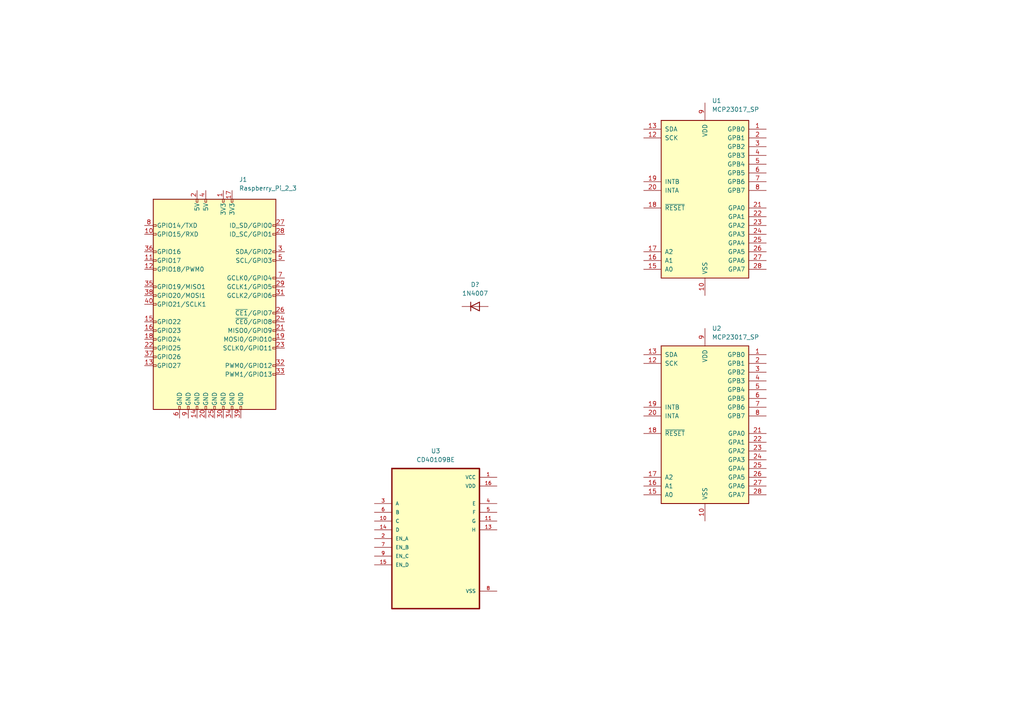
<source format=kicad_sch>
(kicad_sch (version 20211123) (generator eeschema)
  (paper "A4")
  (lib_symbols
    (symbol "CD40109BE:CD40109BE" (pin_names (offset 1.016))
      (property "Reference" "U" (at -12.7 21.32 0))
      (property "Value" "CD40109BE" (at -12.7 -24.32 0))
      (symbol "CD40109BE_0_0"
        (rectangle (start -12.7 -20.32) (end 12.7 20.32) (stroke (width 0.41)) (fill (type background)))
        (pin power_in line (at 17.78 17.78 180) (length 5.08) (name "VCC") (number "1"))
        (pin input line (at -17.78 5.08 0) (length 5.08) (name "C") (number "10"))
        (pin output line (at 17.78 5.08 180) (length 5.08) (name "G") (number "11"))
        (pin output line (at 17.78 2.54 180) (length 5.08) (name "H") (number "13"))
        (pin input line (at -17.78 2.54 0) (length 5.08) (name "D") (number "14"))
        (pin input line (at -17.78 -7.62 0) (length 5.08) (name "EN_D") (number "15"))
        (pin power_in line (at 17.78 15.24 180) (length 5.08) (name "VDD") (number "16"))
        (pin input line (at -17.78 0 0) (length 5.08) (name "EN_A") (number "2"))
        (pin input line (at -17.78 10.16 0) (length 5.08) (name "A") (number "3"))
        (pin output line (at 17.78 10.16 180) (length 5.08) (name "E") (number "4"))
        (pin output line (at 17.78 7.62 180) (length 5.08) (name "F") (number "5"))
        (pin input line (at -17.78 7.62 0) (length 5.08) (name "B") (number "6"))
        (pin input line (at -17.78 -2.54 0) (length 5.08) (name "EN_B") (number "7"))
        (pin power_in line (at 17.78 -15.24 180) (length 5.08) (name "VSS") (number "8"))
        (pin input line (at -17.78 -5.08 0) (length 5.08) (name "EN_C") (number "9"))
      )
    )
    (symbol "Connector:Raspberry_Pi_2_3" (pin_names (offset 1.016))
      (property "Reference" "J" (at -17.78 31.75 0))
      (property "Value" "Raspberry_Pi_2_3" (at 10.16 -31.75 0))
      (symbol "Raspberry_Pi_2_3_0_1"
        (rectangle (start -17.78 30.48) (end 17.78 -30.48) (stroke (width 0.254)) (fill (type background)))
      )
      (symbol "Raspberry_Pi_2_3_1_1"
        (rectangle (start -16.891 -17.526) (end -17.78 -18.034))
        (rectangle (start -16.891 -14.986) (end -17.78 -15.494))
        (rectangle (start -16.891 -12.446) (end -17.78 -12.954))
        (rectangle (start -16.891 -9.906) (end -17.78 -10.414))
        (rectangle (start -16.891 -7.366) (end -17.78 -7.874))
        (rectangle (start -16.891 -4.826) (end -17.78 -5.334))
        (rectangle (start -16.891 0.254) (end -17.78 -0.254))
        (rectangle (start -16.891 2.794) (end -17.78 2.286))
        (rectangle (start -16.891 5.334) (end -17.78 4.826))
        (rectangle (start -16.891 10.414) (end -17.78 9.906))
        (rectangle (start -16.891 12.954) (end -17.78 12.446))
        (rectangle (start -16.891 15.494) (end -17.78 14.986))
        (rectangle (start -16.891 20.574) (end -17.78 20.066))
        (rectangle (start -16.891 23.114) (end -17.78 22.606))
        (rectangle (start -10.414 -29.591) (end -9.906 -30.48))
        (rectangle (start -7.874 -29.591) (end -7.366 -30.48))
        (rectangle (start -5.334 -29.591) (end -4.826 -30.48))
        (rectangle (start -5.334 30.48) (end -4.826 29.591))
        (rectangle (start -2.794 -29.591) (end -2.286 -30.48))
        (rectangle (start -2.794 30.48) (end -2.286 29.591))
        (rectangle (start -0.254 -29.591) (end 0.254 -30.48))
        (rectangle (start 2.286 -29.591) (end 2.794 -30.48))
        (rectangle (start 2.286 30.48) (end 2.794 29.591))
        (rectangle (start 4.826 -29.591) (end 5.334 -30.48))
        (rectangle (start 4.826 30.48) (end 5.334 29.591))
        (rectangle (start 7.366 -29.591) (end 7.874 -30.48))
        (rectangle (start 17.78 -20.066) (end 16.891 -20.574))
        (rectangle (start 17.78 -17.526) (end 16.891 -18.034))
        (rectangle (start 17.78 -12.446) (end 16.891 -12.954))
        (rectangle (start 17.78 -9.906) (end 16.891 -10.414))
        (rectangle (start 17.78 -7.366) (end 16.891 -7.874))
        (rectangle (start 17.78 -4.826) (end 16.891 -5.334))
        (rectangle (start 17.78 -2.286) (end 16.891 -2.794))
        (rectangle (start 17.78 2.794) (end 16.891 2.286))
        (rectangle (start 17.78 5.334) (end 16.891 4.826))
        (rectangle (start 17.78 7.874) (end 16.891 7.366))
        (rectangle (start 17.78 12.954) (end 16.891 12.446))
        (rectangle (start 17.78 15.494) (end 16.891 14.986))
        (rectangle (start 17.78 20.574) (end 16.891 20.066))
        (rectangle (start 17.78 23.114) (end 16.891 22.606))
        (pin power_in line (at 2.54 33.02 270) (length 2.54) (name "3V3") (number "1"))
        (pin bidirectional line (at -20.32 20.32 0) (length 2.54) (name "GPIO15/RXD") (number "10"))
        (pin bidirectional line (at -20.32 12.7 0) (length 2.54) (name "GPIO17") (number "11"))
        (pin bidirectional line (at -20.32 10.16 0) (length 2.54) (name "GPIO18/PWM0") (number "12"))
        (pin bidirectional line (at -20.32 -17.78 0) (length 2.54) (name "GPIO27") (number "13"))
        (pin power_in line (at -5.08 -33.02 90) (length 2.54) (name "GND") (number "14"))
        (pin bidirectional line (at -20.32 -5.08 0) (length 2.54) (name "GPIO22") (number "15"))
        (pin bidirectional line (at -20.32 -7.62 0) (length 2.54) (name "GPIO23") (number "16"))
        (pin power_in line (at 5.08 33.02 270) (length 2.54) (name "3V3") (number "17"))
        (pin bidirectional line (at -20.32 -10.16 0) (length 2.54) (name "GPIO24") (number "18"))
        (pin bidirectional line (at 20.32 -10.16 180) (length 2.54) (name "MOSI0/GPIO10") (number "19"))
        (pin power_in line (at -5.08 33.02 270) (length 2.54) (name "5V") (number "2"))
        (pin power_in line (at -2.54 -33.02 90) (length 2.54) (name "GND") (number "20"))
        (pin bidirectional line (at 20.32 -7.62 180) (length 2.54) (name "MISO0/GPIO9") (number "21"))
        (pin bidirectional line (at -20.32 -12.7 0) (length 2.54) (name "GPIO25") (number "22"))
        (pin bidirectional line (at 20.32 -12.7 180) (length 2.54) (name "SCLK0/GPIO11") (number "23"))
        (pin bidirectional line (at 20.32 -5.08 180) (length 2.54) (name "~{CE0}/GPIO8") (number "24"))
        (pin power_in line (at 0 -33.02 90) (length 2.54) (name "GND") (number "25"))
        (pin bidirectional line (at 20.32 -2.54 180) (length 2.54) (name "~{CE1}/GPIO7") (number "26"))
        (pin bidirectional line (at 20.32 22.86 180) (length 2.54) (name "ID_SD/GPIO0") (number "27"))
        (pin bidirectional line (at 20.32 20.32 180) (length 2.54) (name "ID_SC/GPIO1") (number "28"))
        (pin bidirectional line (at 20.32 5.08 180) (length 2.54) (name "GCLK1/GPIO5") (number "29"))
        (pin bidirectional line (at 20.32 15.24 180) (length 2.54) (name "SDA/GPIO2") (number "3"))
        (pin power_in line (at 2.54 -33.02 90) (length 2.54) (name "GND") (number "30"))
        (pin bidirectional line (at 20.32 2.54 180) (length 2.54) (name "GCLK2/GPIO6") (number "31"))
        (pin bidirectional line (at 20.32 -17.78 180) (length 2.54) (name "PWM0/GPIO12") (number "32"))
        (pin bidirectional line (at 20.32 -20.32 180) (length 2.54) (name "PWM1/GPIO13") (number "33"))
        (pin power_in line (at 5.08 -33.02 90) (length 2.54) (name "GND") (number "34"))
        (pin bidirectional line (at -20.32 5.08 0) (length 2.54) (name "GPIO19/MISO1") (number "35"))
        (pin bidirectional line (at -20.32 15.24 0) (length 2.54) (name "GPIO16") (number "36"))
        (pin bidirectional line (at -20.32 -15.24 0) (length 2.54) (name "GPIO26") (number "37"))
        (pin bidirectional line (at -20.32 2.54 0) (length 2.54) (name "GPIO20/MOSI1") (number "38"))
        (pin power_in line (at 7.62 -33.02 90) (length 2.54) (name "GND") (number "39"))
        (pin power_in line (at -2.54 33.02 270) (length 2.54) (name "5V") (number "4"))
        (pin bidirectional line (at -20.32 0 0) (length 2.54) (name "GPIO21/SCLK1") (number "40"))
        (pin bidirectional line (at 20.32 12.7 180) (length 2.54) (name "SCL/GPIO3") (number "5"))
        (pin power_in line (at -10.16 -33.02 90) (length 2.54) (name "GND") (number "6"))
        (pin bidirectional line (at 20.32 7.62 180) (length 2.54) (name "GCLK0/GPIO4") (number "7"))
        (pin bidirectional line (at -20.32 22.86 0) (length 2.54) (name "GPIO14/TXD") (number "8"))
        (pin power_in line (at -7.62 -33.02 90) (length 2.54) (name "GND") (number "9"))
      )
    )
    (symbol "Diode:1N4007" (pin_numbers hide) (pin_names (offset 1.016) hide)
      (property "Reference" "D" (at 0 2.54 0))
      (property "Value" "1N4007" (at 0 -2.54 0))
      (symbol "1N4007_0_1"
        (polyline (pts (xy -1.27 1.27) (xy -1.27 -1.27)) (stroke (width 0.254)))
        (polyline (pts (xy 1.27 0) (xy -1.27 0)))
        (polyline (pts (xy 1.27 1.27) (xy 1.27 -1.27) (xy -1.27 0) (xy 1.27 1.27)) (stroke (width 0.254)))
      )
      (symbol "1N4007_1_1"
        (pin passive line (at -3.81 0 0) (length 2.54) (name "K") (number "1"))
        (pin passive line (at 3.81 0 180) (length 2.54) (name "A") (number "2"))
      )
    )
    (symbol "Interface_Expansion:MCP23017_SP" (pin_names (offset 1.016))
      (property "Reference" "U" (at -11.43 24.13 0))
      (property "Value" "MCP23017_SP" (at 0 0 0))
      (symbol "MCP23017_SP_0_1"
        (rectangle (start -12.7 22.86) (end 12.7 -22.86) (stroke (width 0.254)) (fill (type background)))
      )
      (symbol "MCP23017_SP_1_1"
        (pin bidirectional line (at 17.78 20.32 180) (length 5.08) (name "GPB0") (number "1"))
        (pin power_in line (at 0 -27.94 90) (length 5.08) (name "VSS") (number "10"))
        (pin no_connect line (at -12.7 15.24 0) (length 5.08) hide (name "NC") (number "11"))
        (pin input line (at -17.78 17.78 0) (length 5.08) (name "SCK") (number "12"))
        (pin bidirectional line (at -17.78 20.32 0) (length 5.08) (name "SDA") (number "13"))
        (pin no_connect line (at -12.7 12.7 0) (length 5.08) hide (name "NC") (number "14"))
        (pin input line (at -17.78 -20.32 0) (length 5.08) (name "A0") (number "15"))
        (pin input line (at -17.78 -17.78 0) (length 5.08) (name "A1") (number "16"))
        (pin input line (at -17.78 -15.24 0) (length 5.08) (name "A2") (number "17"))
        (pin input line (at -17.78 -2.54 0) (length 5.08) (name "~{RESET}") (number "18"))
        (pin tri_state line (at -17.78 5.08 0) (length 5.08) (name "INTB") (number "19"))
        (pin bidirectional line (at 17.78 17.78 180) (length 5.08) (name "GPB1") (number "2"))
        (pin tri_state line (at -17.78 2.54 0) (length 5.08) (name "INTA") (number "20"))
        (pin bidirectional line (at 17.78 -2.54 180) (length 5.08) (name "GPA0") (number "21"))
        (pin bidirectional line (at 17.78 -5.08 180) (length 5.08) (name "GPA1") (number "22"))
        (pin bidirectional line (at 17.78 -7.62 180) (length 5.08) (name "GPA2") (number "23"))
        (pin bidirectional line (at 17.78 -10.16 180) (length 5.08) (name "GPA3") (number "24"))
        (pin bidirectional line (at 17.78 -12.7 180) (length 5.08) (name "GPA4") (number "25"))
        (pin bidirectional line (at 17.78 -15.24 180) (length 5.08) (name "GPA5") (number "26"))
        (pin bidirectional line (at 17.78 -17.78 180) (length 5.08) (name "GPA6") (number "27"))
        (pin bidirectional line (at 17.78 -20.32 180) (length 5.08) (name "GPA7") (number "28"))
        (pin bidirectional line (at 17.78 15.24 180) (length 5.08) (name "GPB2") (number "3"))
        (pin bidirectional line (at 17.78 12.7 180) (length 5.08) (name "GPB3") (number "4"))
        (pin bidirectional line (at 17.78 10.16 180) (length 5.08) (name "GPB4") (number "5"))
        (pin bidirectional line (at 17.78 7.62 180) (length 5.08) (name "GPB5") (number "6"))
        (pin bidirectional line (at 17.78 5.08 180) (length 5.08) (name "GPB6") (number "7"))
        (pin bidirectional line (at 17.78 2.54 180) (length 5.08) (name "GPB7") (number "8"))
        (pin power_in line (at 0 27.94 270) (length 5.08) (name "VDD") (number "9"))
      )
    )
  )
  (symbol (lib_id "Diode:1N4007") (at 137.795 88.9 0) (unit 1)
    (property "Reference" "D?" (at 137.795 82.55 0))
    (property "Value" "1N4007" (at 137.795 85.09 0))
    (property "Footprint" "Diode_THT:D_DO-41_SOD81_P10.16mm_Horizontal" (effects hide))
    (property "Datasheet" "http://www.vishay.com/docs/88503/1n4001.pdf" (effects hide))
  )
  (symbol (lib_id "CD40109BE:CD40109BE") (at 126.365 156.21 0) (unit 1)
    (property "Reference" "U3" (at 126.365 130.81 0))
    (property "Value" "CD40109BE" (at 126.365 133.35 0))
    (property "Footprint" "DIP794W45P254L1969H508Q16" (effects hide))
  )
  (symbol (lib_id "Interface_Expansion:MCP23017_SP") (at 204.47 57.785 0) (unit 1)
    (property "Reference" "U1" (at 206.4894 29.21 0) (effects (justify left)))
    (property "Value" "MCP23017_SP" (at 206.4894 31.75 0) (effects (justify left)))
    (property "Footprint" "Package_DIP:DIP-28_W7.62mm" (effects hide))
    (property "Datasheet" "http://ww1.microchip.com/downloads/en/DeviceDoc/20001952C.pdf" (effects hide))
  )
  (symbol (lib_id "Connector:Raspberry_Pi_2_3") (at 62.23 88.265 0) (unit 1)
    (property "Reference" "J1" (at 69.3294 52.07 0) (effects (justify left)))
    (property "Value" "Raspberry_Pi_2_3" (at 69.3294 54.61 0) (effects (justify left)))
    (property "Footprint" "Connector_PinSocket_2.54mm:PinSocket_2x20_P2.54mm_Vertical" (effects hide))
    (property "Datasheet" "https://www.raspberrypi.org/documentation/hardware/raspberrypi/schematics/rpi_SCH_3bplus_1p0_reduced.pdf" (effects hide))
  )
  (symbol (lib_id "Interface_Expansion:MCP23017_SP") (at 204.47 123.19 0) (unit 1)
    (property "Reference" "U2" (at 206.4894 95.25 0) (effects (justify left)))
    (property "Value" "MCP23017_SP" (at 206.4894 97.79 0) (effects (justify left)))
    (property "Footprint" "Package_DIP:DIP-28_W7.62mm" (effects hide))
    (property "Datasheet" "http://ww1.microchip.com/downloads/en/DeviceDoc/20001952C.pdf" (effects hide))
  )
)
</source>
